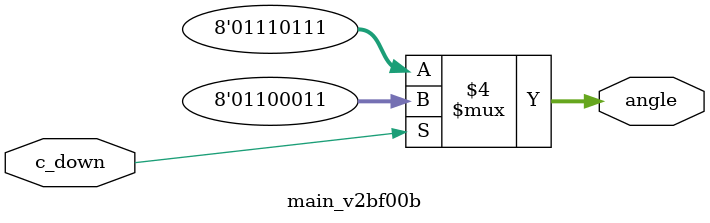
<source format=v>

`default_nettype none

module main #(
 parameter v0ae405 = 8'd10,
 parameter v6ec67c = 8'd127,
 parameter vf6d84e = 8'h40,
 parameter v275834 = 80_000_000,
 parameter v350f57 = 8'hbf,
 parameter vef23c1 = 200_000,
 parameter v77874e = 0,
 parameter vd6e0a6 = 0,
 parameter v8a0d75 = 0,
 parameter vbfa150 = 255,
 parameter v48f44c = 255,
 parameter v5e4ec8 = 255,
 parameter v6dc2ee = 110,
 parameter vaa573c = 127
) (
 input v3948cc,
 input vclk,
 output v319115,
 output va69428,
 output v4013e7,
 output v8357d7,
 output [0:6] vinit
);
 localparam p1 = v275834;
 localparam p3 = vef23c1;
 localparam p5 = v77874e;
 localparam p6 = vbfa150;
 localparam p7 = vaa573c;
 localparam p9 = v48f44c;
 localparam p10 = vd6e0a6;
 localparam p11 = vaa573c;
 localparam p12 = v5e4ec8;
 localparam p13 = v8a0d75;
 localparam p15 = v6dc2ee;
 localparam p17 = v6ec67c;
 localparam p18 = vf6d84e;
 localparam p19 = v350f57;
 localparam p30 = v0ae405;
 wire w0;
 wire w2;
 wire w4;
 wire w8;
 wire w14;
 wire w16;
 wire w20;
 wire w21;
 wire [0:7] w22;
 wire [0:7] w23;
 wire [0:7] w24;
 wire [0:7] w25;
 wire [0:7] w26;
 wire w27;
 wire w28;
 wire [0:7] w29;
 wire [0:7] w31;
 wire w32;
 wire w33;
 wire w34;
 wire w35;
 wire w36;
 wire w37;
 wire w38;
 assign v319115 = w4;
 assign v4013e7 = w8;
 assign v8357d7 = w14;
 assign w20 = v3948cc;
 assign va69428 = w27;
 assign w34 = vclk;
 assign w35 = vclk;
 assign w36 = vclk;
 assign w37 = vclk;
 assign w38 = vclk;
 assign w26 = w25;
 assign w28 = w27;
 assign w32 = w16;
 assign w33 = w16;
 assign w33 = w32;
 assign w35 = w34;
 assign w36 = w34;
 assign w36 = w35;
 assign w37 = w34;
 assign w37 = w35;
 assign w37 = w36;
 assign w38 = w34;
 assign w38 = w35;
 assign w38 = w36;
 assign w38 = w37;
 v2003b1 #(
  .veca477(p3)
 ) v4d1718 (
  .v22d3e8(w21),
  .vc04c2e(w34)
 );
 v589d01 #(
  .v79a04d(p5),
  .v65ff05(p6),
  .vc78345(p7)
 ) v0db72c (
  .v8aec2f(w4),
  .v3984b5(w25),
  .v4e3a3a(w33),
  .vc27e17(w35)
 );
 v2003b1 #(
  .veca477(p1)
 ) v9b05a6 (
  .v22d3e8(w2),
  .vc04c2e(w36)
 );
 v589d01 #(
  .v65ff05(p9),
  .v79a04d(p10),
  .vc78345(p11)
 ) v6e6cda (
  .v8aec2f(w8),
  .v3984b5(w26),
  .v4e3a3a(w32),
  .vc27e17(w37)
 );
 v70ff7f vc69fb4 (
  .vef4cea(w0),
  .vb55943(w2),
  .vc24d9f(w16)
 );
 v3e6c24 v02bc91 (
  .v608bd9(w0)
 );
 v589d01 #(
  .v65ff05(p12),
  .v79a04d(p13),
  .vc78345(p15)
 ) veeeca6 (
  .v8aec2f(w14),
  .v4e3a3a(w16),
  .v3984b5(w29),
  .vc27e17(w38)
 );
 v36d45a #(
  .vc5c8ea(p17)
 ) v481981 (
  .v7d356d(w22)
 );
 v36d45a #(
  .vc5c8ea(p18)
 ) v047ae1 (
  .v7d356d(w23)
 );
 v36d45a #(
  .vc5c8ea(p19)
 ) vb360aa (
  .v7d356d(w24)
 );
 va1b138 vf6141c (
  .v26bbef(w20),
  .v21a20e(w21),
  .v80e965(w22),
  .v8071e6(w23),
  .v9ec8c5(w24),
  .vcff1aa(w25),
  .ve29c69(w27),
  .v71e3cf(w31)
 );
 main_v2bf00b v2bf00b (
  .c_down(w28),
  .angle(w29)
 );
 v36d45a #(
  .vc5c8ea(p30)
 ) v6d63a7 (
  .v7d356d(w31)
 );
 assign vinit = 7'b0000000;
endmodule

module v2003b1 #(
 parameter veca477 = 12_000_000
) (
 input vc04c2e,
 output v22d3e8
);
 localparam p2 = veca477;
 wire w0;
 wire w1;
 assign w0 = vc04c2e;
 assign v22d3e8 = w1;
 v2003b1_v3805f2 #(
  .M_in(p2)
 ) v3805f2 (
  .clk(w0),
  .clk_out(w1)
 );
endmodule

module v2003b1_v3805f2 #(
 parameter M_in = 0
) (
 input clk,
 output clk_out
);
 //-- module bomba_x1(input wire clk, output wire clk_1hz)
 
 //-- Bombeo de bits de periodo regular a X Hz (Dictado por M y N)
 
 //-- Constante para dividir y obtener una frecuencia de  X Hz
 parameter M = M_in;
 
 //-- Calcular el numero de bits para almacenar M
 localparam N = $clog2(M);
 
 //-- Registro del divisor
 reg [N-1:0] divcounter;
 
 //-- Contador modulo M. tras M pulsos de reloj vuelve a 0
 always @(posedge clk)
   divcounter <= (divcounter == M - 1) ? 0 : divcounter + 1;
 
 //-- Obtener la señal de X Hz. La señal no tiene ciclo del 50%
 wire clk_doublehz;
 assign clk_doublehz = divcounter[N-1]; 
 
 //-- Usamos un biestable T para dividir entre 2 y obtener una señal
 //-- de X Hz y ciclo del 50%
 reg T = 0;
 always @(posedge clk_doublehz)
   T <= ~T;
   
 //-- Señal de salida de 1Hz y ciclo del 50%
 assign clk_out = T;
   
 //endmodule
endmodule

module v589d01 #(
 parameter v79a04d = 8'h00,
 parameter v65ff05 = 8'hFF,
 parameter vc78345 = 8'h7F
) (
 input vc27e17,
 input [0:7] v3984b5,
 input v4e3a3a,
 output v8aec2f
);
 localparam p1 = v65ff05;
 localparam p2 = v79a04d;
 localparam p3 = vc78345;
 wire w0;
 wire w4;
 wire w5;
 wire [0:7] w6;
 assign v8aec2f = w0;
 assign w4 = vc27e17;
 assign w5 = v4e3a3a;
 assign w6 = v3984b5;
 v589d01_v815aa1 #(
  .in_max_angle(p1),
  .in_min_angle(p2),
  .in_home_pos(p3)
 ) v815aa1 (
  .servo(w0),
  .clk(w4),
  .enable_mov(w5),
  .bitpos(w6)
 );
endmodule

module v589d01_v815aa1 #(
 parameter in_min_angle = 0,
 parameter in_max_angle = 0,
 parameter in_home_pos = 0
) (
 input clk,
 input [7:0] bitpos,
 input enable_mov,
 output servo
);
 //-- ServoBit-180
 
 //-- Control de un servo Futaba 3003
 //-- con un bit. Se mueve a dos posiciones
 //-- Si enable movement está 0, el servo se mantiene en la posición "home_pos"
 //-- que se corresonden con 0 / 1
 //-- El angulo total recorrido es de 180 grados
 
 //-- ENTRADAS:
 //--  clk: Señal del sistema (12Mhz)
 //--  bitpos: Bit de posicion (0 - posicion derecha, 1 - posicion izquierda)
      
 //   Bitpos 0   Bitpos 1
 //    ___          ___
 //   | o---->  <----o |
 //   |   |        |   |
 //   |___|        |___|
 
 //-- SALIDAS:
 //-- servo : Señal PWM para controlar el servo
 
 //-- Constantes para el angulo DEL servo
 localparam ANG_0   = 8'h01;
 localparam ANG_45=8'h39;
 localparam ANG_90 = 8'h5F;
 localparam ANG_135=8'hAB;
 localparam ANG_180=8'hE0;
 localparam ANG_120=8'h5F;
 
 parameter min_angle =in_min_angle;
 parameter max_angle =in_max_angle;
 parameter home_pos=in_home_pos;
 
 //-- Posicion del servo cuando el
 //-- bit de entrada es 0
 //-- La corona del servo mira a la derecha
 localparam BIT0 = min_angle;
 
 //-- Posicion el servo cuando el BIT
 //-- de entrada es 1
 //-- La corona del servo mira a la izquierda
 localparam BIT1 = max_angle;
 
 //--Posicion del servo neutra o home
 localparam BITH=home_pos;
 
 
 //-- Posicion de 8 bits del servo
 reg [7:0] pos;
 
 //-- Asignar la posicion de 8 bits
 //-- segun si lo recibido es 0 ó 1 o segun si el enable_mov está activado
 always @(posedge clk)
     begin
     if (enable_mov ==0)
         begin
            pos<=BITH;
         end   
     else if (bitpos>BIT1)
         begin
            pos<=BIT1;
         end
     else if (bitpos<BIT0)
         begin
            pos<=BIT0;
         end
     else
         begin
            pos<=bitpos;
         end
     end
 
 
 //always @(posedge clk)
 //  begin//pos <= bitpos ? BIT1 : BIT0;
 //    if (enable_mov ==0)
 //       pos<=BITH;
 //    else if (bitpos==0)
 //       pos<=BIT0;
 //    else
 //       pos<=BIT1;
 //  end  
   
 //---
 //--- ServoMotor 
 
 //-- M es el valor del divisor para
 //-- obtener tics de M / 12.0 micro-segundos
 localparam M = 94; 
 localparam N = $clog2(M);
 
 //-- Contador para generar los tics
 reg [N-1:0] divcounter = 0;
 
 //-- Flag para indicar que un tic
 //-- ha ocurrido
 reg tic = 0;
 
 //-- Generacion de los tics. Cada
 //-- M ciclos del reloj se genera 1
 always @(posedge clk)
  tic <= (divcounter == M - 2);
 
 //-- Contador modulo M
 always @(posedge clk)
  if (tic)
    divcounter <= 0;
  else
    divcounter <= divcounter + 1;
 
 //-- Contador de la posicion del 
 //-- servo
 reg [10:0] angle_counter = 0;
 
 //-- A la posicion destino hay que
 //-- sumarle un offset, correspondiente
 //-- a los 0.3ms de la posicion inicial
 wire [8:0] pose = {1'b0, pos} + 9'd46;
 
 //-- Con cada tic se incrementa el
 //-- contador de angulo del servo
 always @(posedge clk)
  if (tic)
    angle_counter <= angle_counter + 1;
 
 //-- Cuando el contador es menor que el 
 //-- valor objetivo, la señal de PWM
 //-- del servo se pone 1, y 0 en 
 //-- caso contrario
 
 reg servo;
 
 always @(posedge clk) begin
  servo <= (angle_counter < {2'b00, pose});
  end
 
 
 
 
endmodule

module v70ff7f (
 input vb55943,
 input vef4cea,
 output vc24d9f
);
 wire w0;
 wire w1;
 wire w2;
 assign w0 = vef4cea;
 assign w1 = vb55943;
 assign vc24d9f = w2;
 v70ff7f_v526aa2 v526aa2 (
  .d(w0),
  .clk(w1),
  .q(w2)
 );
endmodule

module v70ff7f_v526aa2 (
 input clk,
 input d,
 output q
);
 // D flip-flop
 
 reg q = 1'b0;
 
 always @(posedge clk)
 begin
   q <= d;
 end
 
 
endmodule

module v3e6c24 (
 output v608bd9
);
 wire w0;
 assign v608bd9 = w0;
 v3e6c24_v68c173 v68c173 (
  .v(w0)
 );
endmodule

module v3e6c24_v68c173 (
 output v
);
 // Bit 1
 
 assign v = 1'b1;
endmodule

module v36d45a #(
 parameter vc5c8ea = 8'h00
) (
 output [7:0] v7d356d
);
 localparam p1 = vc5c8ea;
 wire [0:7] w0;
 assign v7d356d = w0;
 v36d45a_v465065 #(
  .V(p1)
 ) v465065 (
  .k(w0)
 );
endmodule

module v36d45a_v465065 #(
 parameter V = 0
) (
 output [7:0] k
);
 assign k = V;
endmodule

module va1b138 (
 input v21a20e,
 input [7:0] v80e965,
 input v26bbef,
 input [7:0] v71e3cf,
 input [7:0] v8071e6,
 input [7:0] v9ec8c5,
 output [7:0] vcff1aa,
 output ve29c69
);
 wire w0;
 wire w1;
 wire w2;
 wire w3;
 wire w4;
 wire [0:7] w5;
 wire w6;
 wire w7;
 wire [0:7] w8;
 wire [0:7] w9;
 wire [0:7] w10;
 wire [0:7] w11;
 wire w12;
 assign w4 = v21a20e;
 assign w5 = v80e965;
 assign w6 = v26bbef;
 assign w7 = v21a20e;
 assign w8 = v71e3cf;
 assign w9 = v8071e6;
 assign w10 = v9ec8c5;
 assign vcff1aa = w11;
 assign ve29c69 = w12;
 assign w7 = w4;
 v493ea8 v41e751 (
  .vcbab45(w0),
  .v0e28cb(w3),
  .v3ca442(w6)
 );
 ve543ae v38a488 (
  .v74a653(w1),
  .vc6ae1f(w2),
  .vd7ce19(w4)
 );
 v725b7e vcd26cc (
  .v9fb85f(w1)
 );
 v0ec077 v161325 (
  .v4b5bc2(w2),
  .v25ee73(w3)
 );
 va1b138_vcd2561 vcd2561 (
  .reset(w0),
  .center(w5),
  .cnt(w7),
  .sum_value(w8),
  .min_v(w9),
  .max_v(w10),
  .value(w11),
  .ow(w12)
 );
endmodule

module va1b138_vcd2561 (
 input cnt,
 input [7:0] center,
 input reset,
 input [7:0] sum_value,
 input [7:0] min_v,
 input [7:0] max_v,
 output [7:0] value,
 output ow
);
 /*
 
 Oscillator Counter
 
 
 Created by Julián Caro Linares
 
 jcarolinares@gmail.co,
 */
 
 
 
 
 reg value;
 reg c_down;
 
 
 
 always @(posedge cnt)
     
     if (reset==1)
         value<=center;
     else if (value>=max_v && c_down==0)
             c_down<=1;
     else if (value<=min_v && c_down==1)
             c_down<=0;
     else
         if (c_down==0)
             value<=value+sum_value;
         else
             value<=value-sum_value;
 
 assign ow=c_down;
endmodule

module v493ea8 (
 input v0e28cb,
 input v3ca442,
 output vcbab45
);
 wire w0;
 wire w1;
 wire w2;
 wire w3;
 wire w4;
 assign w0 = v0e28cb;
 assign w1 = v3ca442;
 assign vcbab45 = w2;
 v0ec077 v1a413a (
  .v4b5bc2(w0),
  .v25ee73(w3)
 );
 v0ec077 v6168dd (
  .v4b5bc2(w1),
  .v25ee73(w4)
 );
 v4b9553 vdb792a (
  .vcbab45(w2),
  .v0e28cb(w3),
  .v3ca442(w4)
 );
endmodule

module v0ec077 (
 input v4b5bc2,
 output v25ee73
);
 wire w0;
 wire w1;
 wire w2;
 assign v25ee73 = w0;
 assign w1 = v4b5bc2;
 assign w2 = v4b5bc2;
 assign w2 = w1;
 v4b9553 vdf6feb (
  .vcbab45(w0),
  .v0e28cb(w1),
  .v3ca442(w2)
 );
endmodule

module v4b9553 (
 input v0e28cb,
 input v3ca442,
 output vcbab45
);
 wire w0;
 wire w1;
 wire w2;
 assign w0 = v0e28cb;
 assign w1 = v3ca442;
 assign vcbab45 = w2;
 v4b9553_vf4938a vf4938a (
  .a(w0),
  .b(w1),
  .c(w2)
 );
 v44391c vf4114c (
 
 );
 v44391c vec8c80 (
 
 );
endmodule

module v4b9553_vf4938a (
 input a,
 input b,
 output c
);
 // NAND logic gate
 
 assign c = ~(a & b);
endmodule

module v44391c
;
 v74d69b v949c82 (
 
 );
 v74d69b ve0f5c7 (
 
 );
endmodule

module v74d69b
;
 vef9670 vdb7477 (
 
 );
 vef9670 v826842 (
 
 );
 vef9670 vdc9b55 (
 
 );
 vef9670 vea688b (
 
 );
endmodule

module vef9670
;
 v8450b0 vd09707 (
 
 );
 v8450b0 v38def6 (
 
 );
 v8450b0 v0c6e31 (
 
 );
 v8450b0 v3071e7 (
 
 );
 v8450b0 vca3873 (
 
 );
endmodule

module v8450b0
;

endmodule

module ve543ae #(
 parameter v3c760f = 0
) (
 input vd7ce19,
 input v74a653,
 output vc6ae1f
);
 localparam p1 = v3c760f;
 wire w0;
 wire w2;
 wire w3;
 assign vc6ae1f = w0;
 assign w2 = vd7ce19;
 assign w3 = v74a653;
 v77050b #(
  .v38488b(p1)
 ) v767db1 (
  .vc24d9f(w0),
  .vb55943(w2),
  .vef4cea(w3)
 );
endmodule

module v77050b #(
 parameter v38488b = 0
) (
 input vb55943,
 input vef4cea,
 output vc24d9f
);
 localparam p3 = v38488b;
 wire w0;
 wire w1;
 wire w2;
 assign w0 = vef4cea;
 assign w1 = vb55943;
 assign vc24d9f = w2;
 v77050b_v526aa2 #(
  .DINI(p3)
 ) v526aa2 (
  .d(w0),
  .clk(w1),
  .q(w2)
 );
endmodule

module v77050b_v526aa2 #(
 parameter DINI = 0
) (
 input clk,
 input d,
 output q
);
 // D flip-flop
 // parameter DINI = 0;
 
 reg q = DINI;
 
 always @(posedge clk)
   q <= d;
   
 
 
endmodule

module v725b7e (
 output v9fb85f
);
 wire w0;
 assign v9fb85f = w0;
 v725b7e_vb2eccd vb2eccd (
  .q(w0)
 );
endmodule

module v725b7e_vb2eccd (
 output q
);
 //-- Bit constante a 1
 assign q = 1'b1;
 
 
endmodule

module main_v2bf00b (
 input c_down,
 output [7:0] angle
);
 reg angle;
 
 always@ (c_down)
 begin
     if (c_down==1)
         angle<=8'h63;
     else
         angle<=8'h77;
 
 end
endmodule

</source>
